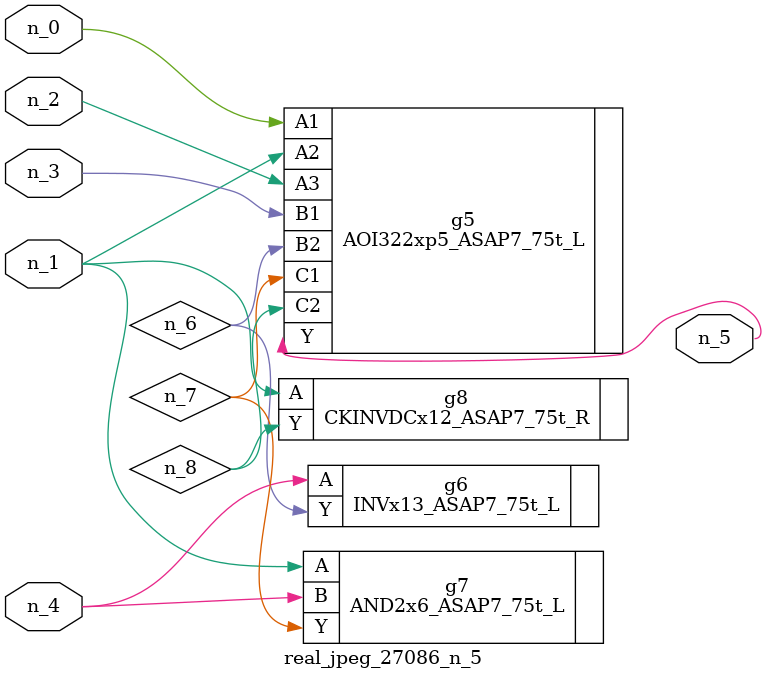
<source format=v>
module real_jpeg_27086_n_5 (n_4, n_0, n_1, n_2, n_3, n_5);

input n_4;
input n_0;
input n_1;
input n_2;
input n_3;

output n_5;

wire n_8;
wire n_6;
wire n_7;

AOI322xp5_ASAP7_75t_L g5 ( 
.A1(n_0),
.A2(n_1),
.A3(n_2),
.B1(n_3),
.B2(n_6),
.C1(n_7),
.C2(n_8),
.Y(n_5)
);

AND2x6_ASAP7_75t_L g7 ( 
.A(n_1),
.B(n_4),
.Y(n_7)
);

CKINVDCx12_ASAP7_75t_R g8 ( 
.A(n_1),
.Y(n_8)
);

INVx13_ASAP7_75t_L g6 ( 
.A(n_4),
.Y(n_6)
);


endmodule
</source>
